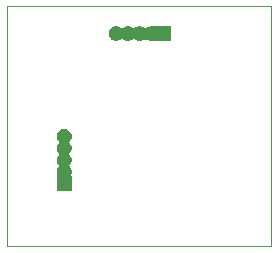
<source format=gbr>
G04 #@! TF.GenerationSoftware,KiCad,Pcbnew,5.0.0-fee4fd1~66~ubuntu16.04.1*
G04 #@! TF.CreationDate,2018-10-28T21:05:27-03:00*
G04 #@! TF.ProjectId,MMA7361,4D4D41373336312E6B696361645F7063,rev?*
G04 #@! TF.SameCoordinates,Original*
G04 #@! TF.FileFunction,Soldermask,Bot*
G04 #@! TF.FilePolarity,Negative*
%FSLAX46Y46*%
G04 Gerber Fmt 4.6, Leading zero omitted, Abs format (unit mm)*
G04 Created by KiCad (PCBNEW 5.0.0-fee4fd1~66~ubuntu16.04.1) date Sun Oct 28 21:05:27 2018*
%MOMM*%
%LPD*%
G01*
G04 APERTURE LIST*
%ADD10C,0.100000*%
G04 APERTURE END LIST*
D10*
X142494000Y-98806000D02*
X142494000Y-78486000D01*
X164846000Y-98806000D02*
X142494000Y-98806000D01*
X164846000Y-78486000D02*
X164846000Y-98806000D01*
X142494000Y-78486000D02*
X164846000Y-78486000D01*
G36*
X147442521Y-88856043D02*
X147560334Y-88891781D01*
X147668911Y-88949817D01*
X147764080Y-89027920D01*
X147842183Y-89123089D01*
X147900219Y-89231666D01*
X147935957Y-89349479D01*
X147948024Y-89472000D01*
X147935957Y-89594521D01*
X147900219Y-89712334D01*
X147842183Y-89820911D01*
X147783254Y-89892716D01*
X147769651Y-89913075D01*
X147760274Y-89935713D01*
X147755493Y-89959747D01*
X147755493Y-89984251D01*
X147760273Y-90008285D01*
X147769650Y-90030924D01*
X147783254Y-90051284D01*
X147842183Y-90123089D01*
X147900219Y-90231666D01*
X147935957Y-90349479D01*
X147948024Y-90472000D01*
X147935957Y-90594521D01*
X147900219Y-90712334D01*
X147842183Y-90820911D01*
X147783254Y-90892716D01*
X147769651Y-90913075D01*
X147760274Y-90935713D01*
X147755493Y-90959747D01*
X147755493Y-90984251D01*
X147760273Y-91008285D01*
X147769650Y-91030924D01*
X147783254Y-91051284D01*
X147842183Y-91123089D01*
X147900219Y-91231666D01*
X147935957Y-91349479D01*
X147948024Y-91472000D01*
X147935957Y-91594521D01*
X147900219Y-91712334D01*
X147842183Y-91820911D01*
X147783254Y-91892716D01*
X147769651Y-91913075D01*
X147760274Y-91935713D01*
X147755493Y-91959747D01*
X147755493Y-91984251D01*
X147760273Y-92008285D01*
X147769650Y-92030924D01*
X147783254Y-92051284D01*
X147842183Y-92123089D01*
X147900219Y-92231666D01*
X147935957Y-92349479D01*
X147948024Y-92472000D01*
X147935957Y-92594521D01*
X147908291Y-92685724D01*
X147903512Y-92709748D01*
X147903512Y-92734252D01*
X147908292Y-92758285D01*
X147917670Y-92780924D01*
X147931284Y-92801299D01*
X147945000Y-92815015D01*
X147945000Y-94097000D01*
X146695000Y-94097000D01*
X146695000Y-92814884D01*
X146700478Y-92810388D01*
X146716024Y-92791446D01*
X146727575Y-92769835D01*
X146734688Y-92746386D01*
X146737090Y-92722000D01*
X146734688Y-92697614D01*
X146731712Y-92685734D01*
X146704043Y-92594521D01*
X146691976Y-92472000D01*
X146704043Y-92349479D01*
X146739781Y-92231666D01*
X146797817Y-92123089D01*
X146856746Y-92051284D01*
X146870349Y-92030925D01*
X146879726Y-92008287D01*
X146884507Y-91984253D01*
X146884507Y-91959749D01*
X146879727Y-91935715D01*
X146870350Y-91913076D01*
X146856746Y-91892716D01*
X146797817Y-91820911D01*
X146739781Y-91712334D01*
X146704043Y-91594521D01*
X146691976Y-91472000D01*
X146704043Y-91349479D01*
X146739781Y-91231666D01*
X146797817Y-91123089D01*
X146856746Y-91051284D01*
X146870349Y-91030925D01*
X146879726Y-91008287D01*
X146884507Y-90984253D01*
X146884507Y-90959749D01*
X146879727Y-90935715D01*
X146870350Y-90913076D01*
X146856746Y-90892716D01*
X146797817Y-90820911D01*
X146739781Y-90712334D01*
X146704043Y-90594521D01*
X146691976Y-90472000D01*
X146704043Y-90349479D01*
X146739781Y-90231666D01*
X146797817Y-90123089D01*
X146856746Y-90051284D01*
X146870349Y-90030925D01*
X146879726Y-90008287D01*
X146884507Y-89984253D01*
X146884507Y-89959749D01*
X146879727Y-89935715D01*
X146870350Y-89913076D01*
X146856746Y-89892716D01*
X146797817Y-89820911D01*
X146739781Y-89712334D01*
X146704043Y-89594521D01*
X146691976Y-89472000D01*
X146704043Y-89349479D01*
X146739781Y-89231666D01*
X146797817Y-89123089D01*
X146875920Y-89027920D01*
X146971089Y-88949817D01*
X147079666Y-88891781D01*
X147197479Y-88856043D01*
X147289296Y-88847000D01*
X147350704Y-88847000D01*
X147442521Y-88856043D01*
X147442521Y-88856043D01*
G37*
G36*
X151824521Y-80156043D02*
X151942334Y-80191781D01*
X152050911Y-80249817D01*
X152122716Y-80308746D01*
X152143075Y-80322349D01*
X152165713Y-80331726D01*
X152189747Y-80336507D01*
X152214251Y-80336507D01*
X152238285Y-80331727D01*
X152260924Y-80322350D01*
X152281284Y-80308746D01*
X152353089Y-80249817D01*
X152461666Y-80191781D01*
X152579479Y-80156043D01*
X152671296Y-80147000D01*
X152732704Y-80147000D01*
X152824521Y-80156043D01*
X152942334Y-80191781D01*
X153050911Y-80249817D01*
X153122716Y-80308746D01*
X153143075Y-80322349D01*
X153165713Y-80331726D01*
X153189747Y-80336507D01*
X153214251Y-80336507D01*
X153238285Y-80331727D01*
X153260924Y-80322350D01*
X153281284Y-80308746D01*
X153353089Y-80249817D01*
X153461666Y-80191781D01*
X153579479Y-80156043D01*
X153671296Y-80147000D01*
X153732704Y-80147000D01*
X153824521Y-80156043D01*
X153942334Y-80191781D01*
X154050911Y-80249817D01*
X154122716Y-80308746D01*
X154143075Y-80322349D01*
X154165713Y-80331726D01*
X154189747Y-80336507D01*
X154214251Y-80336507D01*
X154238285Y-80331727D01*
X154260924Y-80322350D01*
X154281284Y-80308746D01*
X154353089Y-80249817D01*
X154461666Y-80191781D01*
X154579479Y-80156043D01*
X154671296Y-80147000D01*
X154732704Y-80147000D01*
X154824521Y-80156043D01*
X154915724Y-80183709D01*
X154939748Y-80188488D01*
X154964252Y-80188488D01*
X154988285Y-80183708D01*
X155010924Y-80174330D01*
X155031299Y-80160716D01*
X155045015Y-80147000D01*
X156327000Y-80147000D01*
X156327000Y-81397000D01*
X155044884Y-81397000D01*
X155040388Y-81391522D01*
X155021446Y-81375976D01*
X154999835Y-81364425D01*
X154976386Y-81357312D01*
X154952000Y-81354910D01*
X154927614Y-81357312D01*
X154915734Y-81360288D01*
X154824521Y-81387957D01*
X154732704Y-81397000D01*
X154671296Y-81397000D01*
X154579479Y-81387957D01*
X154461666Y-81352219D01*
X154353089Y-81294183D01*
X154281284Y-81235254D01*
X154260925Y-81221651D01*
X154238287Y-81212274D01*
X154214253Y-81207493D01*
X154189749Y-81207493D01*
X154165715Y-81212273D01*
X154143076Y-81221650D01*
X154122716Y-81235254D01*
X154050911Y-81294183D01*
X153942334Y-81352219D01*
X153824521Y-81387957D01*
X153732704Y-81397000D01*
X153671296Y-81397000D01*
X153579479Y-81387957D01*
X153461666Y-81352219D01*
X153353089Y-81294183D01*
X153281284Y-81235254D01*
X153260925Y-81221651D01*
X153238287Y-81212274D01*
X153214253Y-81207493D01*
X153189749Y-81207493D01*
X153165715Y-81212273D01*
X153143076Y-81221650D01*
X153122716Y-81235254D01*
X153050911Y-81294183D01*
X152942334Y-81352219D01*
X152824521Y-81387957D01*
X152732704Y-81397000D01*
X152671296Y-81397000D01*
X152579479Y-81387957D01*
X152461666Y-81352219D01*
X152353089Y-81294183D01*
X152281284Y-81235254D01*
X152260925Y-81221651D01*
X152238287Y-81212274D01*
X152214253Y-81207493D01*
X152189749Y-81207493D01*
X152165715Y-81212273D01*
X152143076Y-81221650D01*
X152122716Y-81235254D01*
X152050911Y-81294183D01*
X151942334Y-81352219D01*
X151824521Y-81387957D01*
X151732704Y-81397000D01*
X151671296Y-81397000D01*
X151579479Y-81387957D01*
X151461666Y-81352219D01*
X151353089Y-81294183D01*
X151257920Y-81216080D01*
X151179817Y-81120911D01*
X151121781Y-81012334D01*
X151086043Y-80894521D01*
X151073976Y-80772000D01*
X151086043Y-80649479D01*
X151121781Y-80531666D01*
X151179817Y-80423089D01*
X151257920Y-80327920D01*
X151353089Y-80249817D01*
X151461666Y-80191781D01*
X151579479Y-80156043D01*
X151671296Y-80147000D01*
X151732704Y-80147000D01*
X151824521Y-80156043D01*
X151824521Y-80156043D01*
G37*
M02*

</source>
